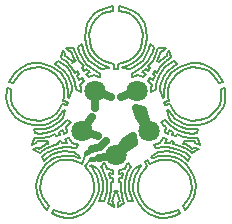
<source format=gbr>
G04 #@! TF.GenerationSoftware,KiCad,Pcbnew,5.0.2-bee76a0~70~ubuntu18.04.1*
G04 #@! TF.CreationDate,2019-06-21T11:48:12+02:00*
G04 #@! TF.ProjectId,GaudiPCR,47617564-6950-4435-922e-6b696361645f,rev?*
G04 #@! TF.SameCoordinates,Original*
G04 #@! TF.FileFunction,Copper,L2,Bot*
G04 #@! TF.FilePolarity,Positive*
%FSLAX46Y46*%
G04 Gerber Fmt 4.6, Leading zero omitted, Abs format (unit mm)*
G04 Created by KiCad (PCBNEW 5.0.2-bee76a0~70~ubuntu18.04.1) date Fr 21 Jun 2019 11:48:12 CEST*
%MOMM*%
%LPD*%
G01*
G04 APERTURE LIST*
G04 #@! TA.AperFunction,BGAPad,CuDef*
%ADD10C,1.800000*%
G04 #@! TD*
G04 #@! TA.AperFunction,ViaPad*
%ADD11C,0.650000*%
G04 #@! TD*
G04 #@! TA.AperFunction,Conductor*
%ADD12C,0.650000*%
G04 #@! TD*
G04 #@! TA.AperFunction,Conductor*
%ADD13C,0.150000*%
G04 #@! TD*
G04 #@! TA.AperFunction,Conductor*
%ADD14C,0.400000*%
G04 #@! TD*
G04 APERTURE END LIST*
D10*
G04 #@! TO.P,SB2,1*
G04 #@! TO.N,Net-(NTC1-Pad1)*
X101763300Y-97572900D03*
G04 #@! TD*
G04 #@! TO.P,CB1,1*
G04 #@! TO.N,Net-(CB1-Pad1)*
X102853000Y-100927000D03*
G04 #@! TD*
G04 #@! TO.P,HB1,1*
G04 #@! TO.N,Net-(HB1-Pad1)*
X97146800Y-100927000D03*
G04 #@! TD*
G04 #@! TO.P,HB2,1*
G04 #@! TO.N,Net-(HB1-Pad1)*
X100000000Y-103000000D03*
G04 #@! TD*
G04 #@! TO.P,SB1,1*
G04 #@! TO.N,Net-(NTC1-Pad2)*
X98236600Y-97572900D03*
G04 #@! TD*
D11*
G04 #@! TO.N,Net-(NTC1-Pad1)*
X100417000Y-98044000D03*
G04 #@! TO.N,Net-(NTC1-Pad2)*
X99583000Y-98045000D03*
X98268000Y-99001000D03*
G04 #@! TO.N,Net-(CB1-Pad1)*
X101990000Y-99791000D03*
X101730000Y-98999000D03*
G04 #@! TO.N,Net-(HB1-Pad1)*
X98011000Y-99792000D03*
X98512000Y-101338000D03*
X99187000Y-101828000D03*
X101487000Y-101338000D03*
X100813000Y-101827000D03*
G04 #@! TD*
D12*
G04 #@! TO.N,Net-(NTC1-Pad1)*
X101763300Y-97572900D02*
X100417000Y-98044000D01*
G04 #@! TO.N,Net-(NTC1-Pad2)*
X98236600Y-97572900D02*
X98268000Y-99001000D01*
X98236600Y-97572900D02*
X99583000Y-98045000D01*
G04 #@! TO.N,Net-(CB1-Pad1)*
X102853000Y-100927000D02*
X101990000Y-99791000D01*
X102853000Y-100927000D02*
X102302000Y-99141000D01*
X102302000Y-99141000D02*
X101730000Y-98999000D01*
X101990000Y-99791000D02*
X101730000Y-98999000D01*
D13*
G04 #@! TO.N,Net-(HB1-Pad1)*
X95984000Y-98509000D02*
X95875713Y-98787369D01*
X95984000Y-98509000D02*
X95564000Y-98399000D01*
X95875713Y-98787369D02*
X95474000Y-98679000D01*
X102684000Y-103399000D02*
X102434000Y-103599000D01*
X102914000Y-103729000D02*
X102684000Y-103399000D01*
X102684000Y-103899000D02*
X102434000Y-103599000D01*
X104094000Y-98499000D02*
X104184000Y-98789000D01*
X104094000Y-98499000D02*
X104474000Y-98369000D01*
X104184000Y-98789000D02*
X104554000Y-98679000D01*
X99020469Y-95041681D02*
X98608989Y-94792761D01*
X96963584Y-97030854D02*
X97314612Y-96714925D01*
X97016082Y-97280263D02*
X96963584Y-97030854D01*
X97024198Y-97608727D02*
X97026606Y-97502681D01*
X96538889Y-95003581D02*
X96289969Y-95194081D01*
X98909203Y-105385986D02*
X98883701Y-105948285D01*
X99232951Y-106029352D02*
X99270479Y-105623352D01*
X98797109Y-104896397D02*
X98909203Y-105385986D01*
X95835201Y-95571899D02*
X96104203Y-95878302D01*
X96148532Y-96744662D02*
X95951444Y-96282688D01*
X93564912Y-95210808D02*
X94207902Y-95368984D01*
X91387594Y-96092426D02*
X91740793Y-95745155D01*
X95585475Y-101190129D02*
X95515519Y-100862938D01*
X95902576Y-101060810D02*
X95585475Y-101190129D01*
X97100229Y-94653061D02*
X97308509Y-95003581D01*
X104036145Y-100427960D02*
X104225216Y-100598879D01*
X103836513Y-100166998D02*
X103896897Y-100254206D01*
X104176400Y-100045879D02*
X103836513Y-100166998D01*
X104259249Y-100136471D02*
X104176400Y-100045879D01*
X104317836Y-99190698D02*
X104485676Y-99830549D01*
X104411324Y-99149640D02*
X104317836Y-99190698D01*
X104496284Y-99279606D02*
X104411324Y-99149640D01*
X104737219Y-99601928D02*
X104496284Y-99279606D01*
X103896897Y-100254206D02*
X104036145Y-100427960D01*
X104485676Y-99830549D02*
X104711156Y-100072429D01*
X97928269Y-93913921D02*
X97788569Y-93342421D01*
X92115689Y-99736900D02*
X91763411Y-99464866D01*
X97709829Y-94312701D02*
X97900329Y-94602261D01*
X101574581Y-106318087D02*
X101489791Y-105946426D01*
X102121637Y-104586297D02*
X101935054Y-105029538D01*
X102434819Y-104170381D02*
X102121637Y-104586297D01*
X105172683Y-108055409D02*
X104700701Y-108222506D01*
X101473710Y-105600194D02*
X101534817Y-105122532D01*
X101993797Y-107150046D02*
X101760365Y-106763934D01*
X98837986Y-104075263D02*
X98777430Y-103968475D01*
X97920399Y-103838724D02*
X98477068Y-104196073D01*
X97852461Y-103914948D02*
X97920399Y-103838724D01*
X97949812Y-104035912D02*
X97852461Y-103914948D01*
X98181906Y-104364657D02*
X97949812Y-104035912D01*
X98949349Y-90982761D02*
X99340509Y-90843061D01*
X94668186Y-100133602D02*
X94986911Y-99900652D01*
X93000072Y-100056302D02*
X92525212Y-99931388D01*
X97509169Y-95719861D02*
X97308509Y-95851941D01*
X97280569Y-95483641D02*
X96899569Y-95023901D01*
X95318347Y-100072439D02*
X94976677Y-100351348D01*
X95473992Y-98672816D02*
X95295621Y-98983418D01*
X99868829Y-95267741D02*
X99518309Y-95194081D01*
X95323123Y-96046486D02*
X95539643Y-96317141D01*
X96249898Y-95495656D02*
X95789325Y-95030864D01*
X106208471Y-104087736D02*
X105913392Y-103746414D01*
X104422025Y-103024681D02*
X104027247Y-103025799D01*
X105726120Y-104067711D02*
X106036867Y-104447884D01*
X106720973Y-105099948D02*
X106557600Y-104650377D01*
X105219508Y-103236457D02*
X104895192Y-103114171D01*
X105456989Y-102184827D02*
X106041357Y-102479229D01*
X97120549Y-93611661D02*
X96800509Y-93802161D01*
X98929029Y-95382041D02*
X99310029Y-95511581D01*
X95487358Y-94825920D02*
X95323510Y-94721939D01*
X90975115Y-96778312D02*
X91103969Y-96505035D01*
X95515519Y-100862938D02*
X95174809Y-101056695D01*
X95174809Y-101056695D02*
X95238417Y-101288349D01*
X94986911Y-99900652D02*
X95292284Y-99601938D01*
X91984908Y-100073647D02*
X92598071Y-100323620D01*
X107029431Y-100056292D02*
X107504291Y-99931378D01*
X108441019Y-99805955D02*
X108044595Y-100073637D01*
X106130973Y-100431011D02*
X105796718Y-100339314D01*
X105704967Y-101421385D02*
X106350776Y-101526693D01*
X108589389Y-99095410D02*
X108784961Y-98727404D01*
X108926885Y-97807968D02*
X108877817Y-97393926D01*
X107504291Y-99931378D02*
X107913814Y-99736890D01*
X106453104Y-101167618D02*
X105995649Y-101115951D01*
X91151686Y-97393936D02*
X90811075Y-97283265D01*
X94835882Y-100850426D02*
X95085528Y-100723225D01*
X97798729Y-95984021D02*
X97509169Y-95719861D01*
X95505120Y-94097246D02*
X95726296Y-94452206D01*
X95412745Y-94414424D02*
X95505120Y-94097246D01*
X96569400Y-96000076D02*
X96249898Y-95495656D01*
X100271544Y-104235080D02*
X100246543Y-104576623D01*
X100741229Y-104185817D02*
X100271544Y-104235080D01*
X100845357Y-103953184D02*
X100741229Y-104185817D01*
X101031857Y-103682681D02*
X100967576Y-103767058D01*
X101252078Y-103968505D02*
X101031857Y-103682681D01*
X101191522Y-104075293D02*
X101252078Y-103968505D01*
X102109109Y-103838754D02*
X101552440Y-104196103D01*
X91315726Y-96888983D02*
X90975115Y-96778312D01*
X96327978Y-96258142D02*
X96455178Y-96507788D01*
X95711667Y-99190708D02*
X95543827Y-99830559D01*
X95618179Y-99149650D02*
X95711667Y-99190708D01*
X93992646Y-104447854D02*
X93775653Y-104845909D01*
X94116430Y-102829843D02*
X94516887Y-102602757D01*
X93664242Y-106174647D02*
X93855513Y-106658970D01*
X93855513Y-106658970D02*
X94089854Y-107001907D01*
X96038152Y-102310895D02*
X96497387Y-102374542D01*
X94802461Y-107620291D02*
X94591952Y-107910032D01*
X99228252Y-105184524D02*
X99184422Y-104907790D01*
X98094454Y-105029508D02*
X98188440Y-105531058D01*
X97740309Y-94983261D02*
X97430429Y-94513361D01*
X103023613Y-103174154D02*
X103535492Y-102755158D01*
X103075112Y-103262322D02*
X103023613Y-103174154D01*
X103220239Y-103207115D02*
X103075112Y-103262322D01*
X103604615Y-103087970D02*
X103220239Y-103207115D01*
X103308181Y-102066337D02*
X103522965Y-102007616D01*
X103535492Y-102755158D02*
X103860084Y-102692007D01*
X95501831Y-97049983D02*
X95283063Y-96588977D01*
X96104203Y-95878302D02*
X96327978Y-96258142D01*
X99450170Y-104542018D02*
X99529160Y-104925926D01*
X99529160Y-104925926D02*
X99769131Y-104937016D01*
X99782965Y-104576593D02*
X99450170Y-104542018D01*
X99757964Y-104235050D02*
X99782965Y-104576593D01*
X92607968Y-95279118D02*
X93086859Y-95194356D01*
X92105171Y-95494991D02*
X92607968Y-95279118D01*
X97608495Y-107655924D02*
X98035711Y-107150016D01*
X95328807Y-108222476D02*
X95818672Y-108295819D01*
X98604394Y-106859917D02*
X98975285Y-106893914D01*
X98778058Y-106452358D02*
X98604394Y-106859917D01*
X94623704Y-95544147D02*
X95036069Y-95795644D01*
X91740793Y-95745155D02*
X92105171Y-95494991D01*
X98975285Y-106893914D02*
X99140729Y-106480383D01*
X97328643Y-107427483D02*
X96961064Y-107678456D01*
X94324536Y-101421395D02*
X93678727Y-101526703D01*
X91440114Y-99095420D02*
X91244542Y-98727414D01*
X97590449Y-91922561D02*
X97458369Y-92382301D01*
X95295621Y-98983418D02*
X94996839Y-99409797D01*
X90754691Y-97580089D02*
X90741623Y-98080607D01*
X91588484Y-99805965D02*
X91984908Y-100073647D01*
X93898530Y-100431021D02*
X94232785Y-100339324D01*
X99318580Y-107017748D02*
X99571525Y-107214082D01*
X99390016Y-106837319D02*
X99318580Y-107017748D01*
X94591952Y-107910032D02*
X94856825Y-108055379D01*
X97026606Y-97502681D02*
X97016082Y-97280263D01*
X96301254Y-97499352D02*
X96261010Y-97171132D01*
X96455178Y-96507788D02*
X96582874Y-96928519D01*
X97430429Y-94513361D02*
X97219609Y-94043461D01*
X95789325Y-95030864D02*
X95487358Y-94825920D01*
X95600301Y-95842768D02*
X95218547Y-95497060D01*
X93287609Y-101957799D02*
X93333918Y-101815274D01*
X92900033Y-102114964D02*
X93287609Y-101957799D01*
X94193755Y-101758143D02*
X94298010Y-102053747D01*
X98568349Y-96001801D02*
X98680109Y-96052601D01*
X103068444Y-107678486D02*
X103519712Y-107871795D01*
X101760365Y-106763934D02*
X101574581Y-106318087D01*
X104210836Y-108295849D02*
X103769005Y-108284059D01*
X100515658Y-106494054D02*
X100639492Y-106837349D01*
X101145807Y-105948315D02*
X101251450Y-106452388D01*
X101900908Y-106140650D02*
X102123807Y-106685115D01*
X96909729Y-94233961D02*
X97100229Y-94653061D01*
X94838493Y-95269415D02*
X95118567Y-95023907D01*
X95218547Y-95497060D02*
X94838493Y-95269415D01*
X104240185Y-95030864D02*
X104542152Y-94825920D01*
X104429209Y-95842768D02*
X104810963Y-95497060D01*
X105153150Y-96131004D02*
X105653508Y-95821539D01*
X104137611Y-97115297D02*
X104066138Y-97536456D01*
X106464598Y-95210808D02*
X105821608Y-95368984D01*
X108641916Y-96092426D02*
X108288717Y-95745155D01*
X105191017Y-95269415D02*
X104910943Y-95023907D01*
X104534028Y-95261214D02*
X104194309Y-95571899D01*
X107854863Y-95864757D02*
X108256375Y-96196331D01*
X108256375Y-96196331D02*
X108510113Y-96525176D01*
X103446636Y-96928519D02*
X103365256Y-97384946D01*
X107001625Y-95573130D02*
X107480333Y-95681988D01*
X105405806Y-95544147D02*
X104993441Y-95795644D01*
X108288717Y-95745155D02*
X107924339Y-95494991D01*
X99459889Y-95552221D02*
X99449729Y-95653821D01*
X98789329Y-95691921D02*
X98489609Y-95552221D01*
X97788569Y-93342421D02*
X97760629Y-92852201D01*
X99749449Y-90761781D02*
X99749449Y-90403641D01*
X97760629Y-92852201D02*
X97819049Y-92402621D01*
X105656595Y-107308062D02*
X105867104Y-107597803D01*
X104707694Y-102346189D02*
X104430960Y-102302359D01*
X104209902Y-103376592D02*
X104715947Y-103442195D01*
X105138094Y-102441635D02*
X104707694Y-102346189D01*
X103860084Y-102692007D02*
X104300439Y-102667194D01*
X102911486Y-103732839D02*
X103238358Y-103586401D01*
X99061932Y-103767028D02*
X99184151Y-103953154D01*
X98477068Y-104196073D02*
X98637432Y-104485263D01*
X99184422Y-104907790D02*
X99040430Y-104492353D01*
X98454927Y-106318057D02*
X98539717Y-105946396D01*
X90970992Y-98985724D02*
X91250876Y-99455905D01*
X94184989Y-99968589D02*
X93586770Y-100100043D01*
X97308509Y-95003581D02*
X97600609Y-95333781D01*
X98220369Y-91561881D02*
X98509929Y-91262161D01*
X96739694Y-95895165D02*
X96569400Y-96000076D01*
X96911040Y-96140459D02*
X96739694Y-95895165D01*
X96885169Y-96647500D02*
X96723417Y-96290483D01*
X97907871Y-104586267D02*
X98094454Y-105029508D01*
X97594689Y-104170351D02*
X97907871Y-104586267D01*
X94856825Y-108055379D02*
X95328807Y-108222476D01*
X98555798Y-105600164D02*
X98494691Y-105122502D01*
X94255155Y-103166103D02*
X93921209Y-103457210D01*
X93774264Y-103114979D02*
X94116430Y-102829843D01*
X93775653Y-104845909D02*
X93650552Y-105273053D01*
X95228808Y-102711849D02*
X94701911Y-102909863D01*
X98568349Y-96382801D02*
X98360069Y-96304061D01*
X95321819Y-102346159D02*
X95598553Y-102302329D01*
X95819611Y-103376562D02*
X95313566Y-103442165D01*
X94891419Y-102441605D02*
X95321819Y-102346159D01*
X96169429Y-102691977D02*
X95729074Y-102667164D01*
X98139089Y-96177061D02*
X97730149Y-96413281D01*
X98608989Y-94792761D02*
X98238149Y-94442241D01*
X99749449Y-90403641D02*
X99449729Y-90441741D01*
X96498249Y-94091721D02*
X96449989Y-93903761D01*
X91763411Y-99464866D02*
X91440114Y-99095420D01*
X93037420Y-100426312D02*
X93518857Y-100465229D01*
X96599849Y-94442241D02*
X96498249Y-94091721D01*
X98489609Y-95552221D02*
X98118769Y-95313461D01*
X91114606Y-98223162D02*
X91102618Y-97807978D01*
X95436136Y-100457904D02*
X95770254Y-100136481D01*
X96723417Y-96290483D02*
X96911040Y-96140459D01*
X97134083Y-96423916D02*
X96885169Y-96647500D01*
X97314612Y-96714925D02*
X97134083Y-96423916D01*
X94268784Y-101989235D02*
X94179377Y-101688806D01*
X93723266Y-102299304D02*
X94268784Y-101989235D01*
X93539581Y-102448414D02*
X93723266Y-102299304D01*
X97600609Y-95333781D02*
X97798729Y-95531901D01*
X102177047Y-103914978D02*
X102109109Y-103838754D01*
X102079696Y-104035942D02*
X102177047Y-103914978D01*
X101847602Y-104364687D02*
X102079696Y-104035942D01*
X100967576Y-103767058D02*
X100845357Y-103953184D01*
X101552440Y-104196103D02*
X101392076Y-104485293D01*
X100845086Y-104907820D02*
X100989078Y-104492383D01*
X104810963Y-95497060D02*
X105191017Y-95269415D01*
X104910943Y-95023907D02*
X104534028Y-95261214D01*
X106556729Y-95560113D02*
X107001625Y-95573130D01*
X104078066Y-96282688D02*
X104429209Y-95842768D01*
X104194309Y-95571899D02*
X103925307Y-95878302D01*
X103880978Y-96744662D02*
X104078066Y-96282688D01*
X97128169Y-95613181D02*
X97280569Y-95483641D01*
X91103969Y-96505035D02*
X91387594Y-96092426D01*
X95539643Y-96317141D02*
X95770970Y-96739495D01*
X108784961Y-98727404D02*
X108914897Y-98223152D01*
X108914897Y-98223152D02*
X108926885Y-97807968D01*
X104593367Y-100457894D02*
X104259249Y-100136471D01*
X108266092Y-99464856D02*
X108589389Y-99095410D01*
X106992083Y-100426302D02*
X106510646Y-100465219D01*
X109206257Y-98569151D02*
X109058511Y-98985714D01*
X106350776Y-101526693D02*
X106715536Y-101515004D01*
X106026474Y-100758743D02*
X106538522Y-100814037D01*
X96582874Y-96928519D02*
X96664254Y-97384946D01*
X93027885Y-95573130D02*
X92549177Y-95681988D01*
X96678031Y-97506934D02*
X97024198Y-97608727D01*
X96664254Y-97384946D02*
X96678031Y-97506934D01*
X96060944Y-98115655D02*
X96301254Y-97499352D01*
X99893114Y-106075722D02*
X100206467Y-106067916D01*
X99766796Y-106690358D02*
X99893114Y-106075722D01*
X99681746Y-106911130D02*
X99766796Y-106690358D01*
X99802985Y-106999215D02*
X99681746Y-106911130D01*
X99832690Y-107416387D02*
X99802985Y-106999215D01*
X98669949Y-96413281D02*
X98568349Y-96382801D01*
X106255249Y-103115009D02*
X105913083Y-102829873D01*
X106253860Y-104845939D02*
X106378961Y-105273083D01*
X104800705Y-102711879D02*
X105327602Y-102909893D01*
X105512626Y-102602787D02*
X105138094Y-102441635D01*
X104300439Y-102667194D02*
X104800705Y-102711879D01*
X105277182Y-103687472D02*
X105726120Y-104067711D01*
X104027247Y-103025799D02*
X103604615Y-103087970D01*
X106557600Y-104650377D02*
X106208471Y-104087736D01*
X106391957Y-106993563D02*
X106613088Y-106550338D01*
X106108304Y-103457240D02*
X106255249Y-103115009D01*
X105774358Y-103166133D02*
X106108304Y-103457240D01*
X97448209Y-93492281D02*
X97559969Y-93962181D01*
X98550569Y-95183921D02*
X98929029Y-95382041D01*
X94955615Y-101386082D02*
X94879510Y-101201111D01*
X95238417Y-101288349D02*
X94955615Y-101386082D01*
X97819049Y-92402621D02*
X97968909Y-91983521D01*
X103005312Y-97608727D02*
X103002904Y-97502681D01*
X103351479Y-97506934D02*
X103005312Y-97608727D01*
X103365256Y-97384946D02*
X103351479Y-97506934D01*
X103968566Y-98115655D02*
X103728256Y-97499352D01*
X104068332Y-98093922D02*
X103968566Y-98115655D01*
X104060674Y-97938838D02*
X104068332Y-98093922D01*
X104066138Y-97536456D02*
X104060674Y-97938838D01*
X103002904Y-97502681D02*
X103013428Y-97280263D01*
X97819049Y-91493301D02*
X97590449Y-91922561D01*
X98230529Y-94952781D02*
X98550569Y-95183921D01*
X99449729Y-95653821D02*
X98789329Y-95691921D01*
X99449729Y-90441741D02*
X98969669Y-90583981D01*
X99518309Y-95194081D02*
X99020469Y-95041681D01*
X96449989Y-93903761D02*
X96129949Y-93893601D01*
X99571525Y-107214082D02*
X99832690Y-107416387D01*
X99575255Y-105251399D02*
X99613262Y-105847281D01*
X99774690Y-105236177D02*
X99575255Y-105251399D01*
X99769131Y-104937016D02*
X99774690Y-105236177D01*
X92174647Y-95864757D02*
X91773135Y-96196331D01*
X91773135Y-96196331D02*
X91519397Y-96525176D01*
X91102618Y-97807978D02*
X91151686Y-97393936D01*
X92525212Y-99931388D02*
X92115689Y-99736900D01*
X99340509Y-90843061D02*
X99749449Y-90761781D01*
X96068989Y-94203481D02*
X96218849Y-94203481D01*
X94632949Y-99724217D02*
X94184989Y-99968589D01*
X94431580Y-101026192D02*
X94835882Y-100850426D01*
X97730149Y-96413281D02*
X97509169Y-96151661D01*
X104848433Y-107794932D02*
X105227047Y-107620321D01*
X102389346Y-107098134D02*
X102700865Y-107427513D01*
X100888779Y-106480413D02*
X100796557Y-106029382D01*
X103930141Y-107944075D02*
X104449865Y-107911830D01*
X104449865Y-107911830D02*
X104848433Y-107794932D01*
X100989078Y-104492383D02*
X101191522Y-104075293D01*
X96279809Y-94432081D02*
X96538889Y-95003581D01*
X97458369Y-92382301D02*
X97410109Y-93042701D01*
X101657874Y-104747422D02*
X101847602Y-104364687D01*
X102421013Y-107655954D02*
X101993797Y-107150046D01*
X104700701Y-108222506D02*
X104210836Y-108295849D01*
X101425114Y-106859947D02*
X101054223Y-106893944D01*
X101251450Y-106452388D02*
X101425114Y-106859947D01*
X101054223Y-106893944D02*
X100888779Y-106480413D01*
X96218849Y-94203481D02*
X96279809Y-94432081D01*
X95118567Y-95023907D02*
X95495482Y-95261214D01*
X95543827Y-99830559D02*
X95318347Y-100072439D01*
X95085528Y-100723225D02*
X95436136Y-100457904D01*
X94545688Y-100609247D02*
X94003029Y-100758753D01*
X94033854Y-101115961D02*
X94431580Y-101026192D01*
X102700865Y-107427513D02*
X103068444Y-107678486D01*
X101120305Y-105386016D02*
X101145807Y-105948315D01*
X100796557Y-106029382D02*
X100759029Y-105623382D01*
X101232399Y-104896427D02*
X101120305Y-105386016D01*
X103235348Y-108163167D02*
X102798095Y-107950256D01*
X100454253Y-105251429D02*
X100416246Y-105847311D01*
X100254818Y-105236207D02*
X100454253Y-105251429D01*
X100260377Y-104937046D02*
X100254818Y-105236207D01*
X100579338Y-104542048D02*
X100500348Y-104925956D01*
X100500348Y-104925956D02*
X100260377Y-104937046D01*
X100246543Y-104576623D02*
X100579338Y-104542048D01*
X96342028Y-95146351D02*
X96600125Y-94968482D01*
X95878560Y-94723348D02*
X96342028Y-95146351D01*
X95679987Y-94594731D02*
X95878560Y-94723348D01*
X95726296Y-94452206D02*
X95679987Y-94594731D01*
X104300934Y-101630765D02*
X104165212Y-101936587D01*
X103968382Y-101548998D02*
X104300934Y-101630765D01*
X103776390Y-101980472D02*
X103968382Y-101548998D01*
X103522965Y-102007616D02*
X103776390Y-101980472D01*
X103208069Y-102101397D02*
X103308181Y-102066337D01*
X103411851Y-102399165D02*
X103208069Y-102101397D01*
X103532126Y-102374572D02*
X103411851Y-102399165D01*
X94516887Y-102602757D02*
X94891419Y-102441605D01*
X95729074Y-102667164D02*
X95228808Y-102711849D01*
X93241169Y-105581564D02*
X93308540Y-105099918D01*
X93291104Y-106126459D02*
X93241169Y-105581564D01*
X95313566Y-103442165D02*
X94752331Y-103687442D01*
X95864301Y-101936557D02*
X95474774Y-101980068D01*
X95474774Y-101980068D02*
X95390071Y-101755268D01*
X95728579Y-101630735D02*
X95864301Y-101936557D01*
X96061131Y-101548968D02*
X95728579Y-101630735D01*
X96253123Y-101980442D02*
X96061131Y-101548968D01*
X96506548Y-102007586D02*
X96253123Y-101980442D01*
X107129470Y-102114954D02*
X106741894Y-101957789D01*
X107017770Y-101804055D02*
X107129470Y-102114954D01*
X105149993Y-101201101D02*
X105704967Y-101421385D01*
X105073888Y-101386072D02*
X105149993Y-101201101D01*
X104791086Y-101288339D02*
X105073888Y-101386072D01*
X104513984Y-100862928D02*
X104854694Y-101056685D01*
X104854694Y-101056685D02*
X104791086Y-101288339D01*
X104444028Y-101190119D02*
X104513984Y-100862928D01*
X104126927Y-101060800D02*
X104444028Y-101190119D01*
X104225216Y-100598879D02*
X104126927Y-101060800D01*
X96261010Y-97171132D02*
X96148532Y-96744662D01*
X95564252Y-98394937D02*
X95602514Y-98038811D01*
X96129949Y-93893601D02*
X95799749Y-93883441D01*
X94232785Y-100339324D02*
X94668186Y-100133602D01*
X92598071Y-100323620D02*
X93037420Y-100426312D01*
X98035711Y-107150016D02*
X98269143Y-106763904D01*
X98494691Y-105122502D02*
X98371634Y-104747392D01*
X97905701Y-106685085D02*
X97640162Y-107098104D01*
X97231413Y-107950226D02*
X97608495Y-107655924D01*
X96192990Y-100167008D02*
X96132606Y-100254216D01*
X99310029Y-95511581D02*
X99459889Y-95552221D01*
X93120294Y-101502829D02*
X93011733Y-101804065D01*
X93313967Y-101515014D02*
X93120294Y-101502829D01*
X103769005Y-108284059D02*
X103235348Y-108163167D01*
X101841068Y-105531088D02*
X101900908Y-106140650D01*
X100710928Y-107017778D02*
X100457983Y-107214112D01*
X100639492Y-106837349D02*
X100710928Y-107017778D01*
X105437556Y-107910062D02*
X105172683Y-108055409D01*
X105227047Y-107620321D02*
X105437556Y-107910062D01*
X96800509Y-93802161D02*
X96909729Y-94233961D01*
X96424898Y-103087940D02*
X96809274Y-103207085D01*
X96721332Y-102066307D02*
X96506548Y-102007586D01*
X96494021Y-102755128D02*
X96169429Y-102691977D01*
X95598553Y-102302329D02*
X96038152Y-102310895D01*
X94482736Y-103431918D02*
X94810005Y-103236427D01*
X103991361Y-102310925D02*
X103532126Y-102374572D01*
X106378961Y-105273083D02*
X106423359Y-105762001D01*
X105913392Y-103746414D02*
X105546777Y-103431948D01*
X106613088Y-106550338D02*
X106738409Y-106126489D01*
X106041357Y-102479229D02*
X106329583Y-102703087D01*
X105327602Y-102909893D02*
X105774358Y-103166133D01*
X104430960Y-102302359D02*
X103991361Y-102310925D01*
X105546777Y-103431948D02*
X105219508Y-103236457D01*
X103730697Y-103417073D02*
X104209902Y-103376592D01*
X103238358Y-103586401D02*
X103730697Y-103417073D01*
X106087187Y-107390809D02*
X106391957Y-106993563D01*
X104895192Y-103114171D02*
X104422025Y-103024681D01*
X93418342Y-102360329D02*
X93539581Y-102448414D01*
X93012409Y-102460992D02*
X93418342Y-102360329D01*
X93285518Y-102646858D02*
X93012409Y-102460992D01*
X95150986Y-102036806D02*
X94572524Y-102184797D01*
X95103834Y-101842428D02*
X95150986Y-102036806D01*
X95390071Y-101755268D02*
X95103834Y-101842428D01*
X97640162Y-107098104D02*
X97328643Y-107427483D01*
X99140729Y-106480383D02*
X99232951Y-106029352D01*
X96099367Y-107944045D02*
X95579643Y-107911800D01*
X95579643Y-107911800D02*
X95181075Y-107794902D01*
X97968909Y-91983521D02*
X98220369Y-91561881D01*
X93570167Y-101827939D02*
X94193755Y-101758143D01*
X93333918Y-101815274D02*
X93570167Y-101827939D01*
X98360069Y-96304061D02*
X98139089Y-96177061D01*
X98238149Y-94442241D02*
X97928269Y-93913921D01*
X92549177Y-95681988D02*
X92174647Y-95864757D01*
X91519397Y-96525176D02*
X91315726Y-96888983D01*
X95036069Y-95795644D02*
X95323123Y-96046486D01*
X95611414Y-97518244D02*
X95501831Y-97049983D01*
X95602514Y-98038811D02*
X95611414Y-97518244D01*
X107421542Y-95279118D02*
X106942651Y-95194356D01*
X107924339Y-95494991D02*
X107421542Y-95279118D01*
X104746447Y-96588977D02*
X105153150Y-96131004D01*
X104706000Y-94721939D02*
X104616765Y-94414424D01*
X104542152Y-94825920D02*
X104706000Y-94721939D01*
X109054395Y-96778312D02*
X108925541Y-96505035D01*
X108713784Y-96888983D02*
X109054395Y-96778312D01*
X105835748Y-101758133D02*
X105731493Y-102053737D01*
X106459336Y-101827929D02*
X105835748Y-101758133D01*
X106695585Y-101815264D02*
X106459336Y-101827929D01*
X106741894Y-101957789D02*
X106695585Y-101815264D01*
X94752331Y-103687442D02*
X94303393Y-104067681D01*
X96002266Y-103025769D02*
X96424898Y-103087940D01*
X93471913Y-104650347D02*
X93821042Y-104087706D01*
X93637556Y-106993533D02*
X93416425Y-106550308D01*
X93921209Y-103457210D02*
X93774264Y-103114979D01*
X97559969Y-93962181D02*
X97709829Y-94312701D01*
X93576399Y-101167628D02*
X94033854Y-101115961D01*
X91244542Y-98727414D02*
X91114606Y-98223162D01*
X93490981Y-100814047D02*
X93049705Y-100774826D01*
X93131983Y-101138069D02*
X93576399Y-101167628D01*
X94976677Y-100351348D02*
X94545688Y-100609247D01*
X91250876Y-99455905D02*
X91588484Y-99805965D01*
X104258540Y-96739495D02*
X104137611Y-97115297D01*
X105653508Y-95821539D02*
X106111101Y-95643480D01*
X106942651Y-95194356D02*
X106464598Y-95210808D01*
X104706387Y-96046486D02*
X104489867Y-96317141D01*
X103779612Y-95495656D02*
X104240185Y-95030864D01*
X107480333Y-95681988D02*
X107854863Y-95864757D01*
X108510113Y-96525176D02*
X108713784Y-96888983D01*
X106111101Y-95643480D02*
X106556729Y-95560113D01*
X104943975Y-100723215D02*
X104593367Y-100457894D01*
X106510646Y-100465219D02*
X106130973Y-100431011D01*
X105032664Y-99409787D02*
X105396554Y-99724207D01*
X104733882Y-98983408D02*
X105032664Y-99409787D01*
X109274812Y-97580079D02*
X109287880Y-98080597D01*
X105796718Y-100339314D02*
X105361317Y-100133592D01*
X107431432Y-100323610D02*
X106992083Y-100426302D01*
X105361317Y-100133592D02*
X105042592Y-99900642D01*
X95853103Y-100045889D02*
X96192990Y-100167008D01*
X95770254Y-100136481D02*
X95853103Y-100045889D01*
X95804287Y-100598889D02*
X95902576Y-101060810D01*
X95993358Y-100427970D02*
X95804287Y-100598889D01*
X99040430Y-104492353D02*
X98837986Y-104075263D01*
X96961064Y-107678456D02*
X96509796Y-107871765D01*
X98269143Y-106763904D02*
X98454927Y-106318057D01*
X95818672Y-108295819D02*
X96260503Y-108284029D01*
X94376002Y-95821539D02*
X93918409Y-95643480D01*
X93086859Y-95194356D02*
X93564912Y-95210808D01*
X96821444Y-102101367D02*
X96721332Y-102066307D01*
X96617662Y-102399135D02*
X96821444Y-102101367D01*
X96497387Y-102374542D02*
X96617662Y-102399135D01*
X97005900Y-103174124D02*
X96494021Y-102755128D01*
X96954401Y-103262292D02*
X97005900Y-103174124D01*
X96809274Y-103207085D02*
X96954401Y-103262292D01*
X95283063Y-96588977D02*
X94876360Y-96131004D01*
X95323510Y-94721939D02*
X95412745Y-94414424D01*
X98530249Y-90812581D02*
X98179729Y-91081821D01*
X94876360Y-96131004D02*
X94376002Y-95821539D01*
X95891899Y-97115297D02*
X95963372Y-97536456D01*
X96298816Y-103417043D02*
X95819611Y-103376562D01*
X96791155Y-103586371D02*
X96298816Y-103417043D01*
X93942326Y-107390779D02*
X93637556Y-106993533D01*
X95134321Y-103114141D02*
X95607488Y-103024651D01*
X93821042Y-104087706D02*
X94116121Y-103746384D01*
X95607488Y-103024651D02*
X96002266Y-103025769D01*
X106788344Y-105581594D02*
X106720973Y-105099948D01*
X106738409Y-106126489D02*
X106788344Y-105581594D01*
X104715947Y-103442195D02*
X105277182Y-103687472D01*
X106479106Y-102826783D02*
X106743995Y-102646888D01*
X106329583Y-102703087D02*
X106479106Y-102826783D01*
X105867104Y-107597803D02*
X106087187Y-107390809D01*
X96794160Y-108163137D02*
X97231413Y-107950226D01*
X96260503Y-108284029D02*
X96794160Y-108163137D01*
X98188440Y-105531058D02*
X98128600Y-106140620D01*
X90741623Y-98080607D02*
X90823246Y-98569161D01*
X93049705Y-100774826D02*
X93131983Y-101138069D01*
X101534817Y-105122532D02*
X101657874Y-104747422D01*
X102123807Y-106685115D02*
X102389346Y-107098134D01*
X102798095Y-107950256D02*
X102421013Y-107655954D01*
X101489791Y-105946426D02*
X101473710Y-105600194D01*
X100416246Y-105847311D02*
X100515658Y-106494054D01*
X103519712Y-107871795D02*
X103930141Y-107944075D01*
X103460110Y-96000076D02*
X103779612Y-95495656D01*
X103289816Y-95895165D02*
X103460110Y-96000076D01*
X103118470Y-96140459D02*
X103289816Y-95895165D01*
X103144341Y-96647500D02*
X103306093Y-96290483D01*
X103306093Y-96290483D02*
X103118470Y-96140459D01*
X102895427Y-96423916D02*
X103144341Y-96647500D01*
X102714898Y-96714925D02*
X102895427Y-96423916D01*
X103065926Y-97030854D02*
X102714898Y-96714925D01*
X103013428Y-97280263D02*
X103065926Y-97030854D01*
X94003029Y-100758753D02*
X93490981Y-100814047D01*
X93586770Y-100100043D02*
X93000072Y-100056302D01*
X99270479Y-105623352D02*
X99228252Y-105184524D01*
X98637432Y-104485263D02*
X98797109Y-104896397D01*
X97354409Y-103904729D02*
X97594689Y-104170351D01*
X97219609Y-94043461D02*
X97120549Y-93611661D01*
X95533219Y-99279616D02*
X95618179Y-99149650D01*
X95292284Y-99601938D02*
X95533219Y-99279616D01*
X106715536Y-101515004D02*
X106909209Y-101502819D01*
X109218428Y-97283255D02*
X109274812Y-97580079D01*
X108877817Y-97393926D02*
X109218428Y-97283255D01*
X105193621Y-100850416D02*
X104943975Y-100723215D01*
X105396554Y-99724207D02*
X105844514Y-99968579D01*
X105597923Y-101026182D02*
X105193621Y-100850416D01*
X104711156Y-100072429D02*
X105052826Y-100351338D01*
X104555511Y-98672806D02*
X104733882Y-98983408D01*
X96899569Y-95023901D02*
X96599849Y-94442241D01*
X93918409Y-95643480D02*
X93472781Y-95560113D01*
X95495482Y-95261214D02*
X95835201Y-95571899D01*
X106442733Y-100100033D02*
X107029431Y-100056292D01*
X105042592Y-99900642D02*
X104737219Y-99601928D01*
X108044595Y-100073637D02*
X107431432Y-100323610D01*
X109287880Y-98080597D02*
X109206257Y-98569151D01*
X106979798Y-100774816D02*
X106897520Y-101138059D01*
X106538522Y-100814037D02*
X106979798Y-100774816D01*
X106897520Y-101138059D02*
X106453104Y-101167618D01*
X107913814Y-99736890D02*
X108266092Y-99464856D01*
X105483815Y-100609237D02*
X106026474Y-100758743D01*
X105995649Y-101115951D02*
X105597923Y-101026182D01*
X105052826Y-100351338D02*
X105483815Y-100609237D01*
X108778627Y-99455895D02*
X108441019Y-99805955D01*
X109058511Y-98985714D02*
X108778627Y-99455895D01*
X105844514Y-99968579D02*
X106442733Y-100100033D01*
X106909209Y-101502819D02*
X107017770Y-101804055D01*
X90811075Y-97283265D02*
X90754691Y-97580089D01*
X105760729Y-101989265D02*
X105850136Y-101688836D01*
X106306247Y-102299334D02*
X105760729Y-101989265D01*
X106489932Y-102448444D02*
X106306247Y-102299334D01*
X106611171Y-102360359D02*
X106489932Y-102448444D01*
X107017104Y-102461022D02*
X106611171Y-102360359D01*
X103728256Y-97499352D02*
X103768500Y-97171132D01*
X103574332Y-96507788D02*
X103446636Y-96928519D01*
X104993441Y-95795644D02*
X104706387Y-96046486D01*
X104418096Y-97518244D02*
X104527679Y-97049983D01*
X104426996Y-98038811D02*
X104418096Y-97518244D01*
X108925541Y-96505035D02*
X108641916Y-96092426D01*
X104489867Y-96317141D02*
X104258540Y-96739495D01*
X105821608Y-95368984D02*
X105405806Y-95544147D01*
X94207902Y-95368984D02*
X94623704Y-95544147D01*
X95770970Y-96739495D02*
X95891899Y-97115297D01*
X97798729Y-95531901D02*
X98159409Y-95783361D01*
X97900329Y-94602261D02*
X98230529Y-94952781D01*
X98969669Y-90583981D02*
X98530249Y-90812581D01*
X98118769Y-95313461D02*
X97740309Y-94983261D01*
X95961178Y-98093922D02*
X96060944Y-98115655D01*
X95968836Y-97938838D02*
X95961178Y-98093922D01*
X95963372Y-97536456D02*
X95968836Y-97938838D01*
X95799749Y-93883441D02*
X96068989Y-94203481D01*
X98509929Y-91262161D02*
X98949349Y-90982761D01*
X93650552Y-105273053D02*
X93606154Y-105761971D01*
X94116121Y-103746384D02*
X94482736Y-103431918D01*
X93416425Y-106550308D02*
X93291104Y-106126459D01*
X93988156Y-102479199D02*
X93699930Y-102703057D01*
X94701911Y-102909863D02*
X94255155Y-103166103D01*
X103701532Y-96258142D02*
X103574332Y-96507788D01*
X104527679Y-97049983D02*
X104746447Y-96588977D01*
X103925307Y-95878302D02*
X103701532Y-96258142D01*
X103768500Y-97171132D02*
X103880978Y-96744662D01*
X104465258Y-98394937D02*
X104426996Y-98038811D01*
X97410109Y-93042701D02*
X97448209Y-93492281D01*
X104150950Y-94723348D02*
X103687482Y-95146351D01*
X104349523Y-94594731D02*
X104150950Y-94723348D01*
X104303214Y-94452206D02*
X104349523Y-94594731D01*
X104524390Y-94097246D02*
X104303214Y-94452206D01*
X104616765Y-94414424D02*
X104524390Y-94097246D01*
X106743995Y-102646888D02*
X107017104Y-102461022D01*
X104878527Y-102036836D02*
X105456989Y-102184827D01*
X104925679Y-101842458D02*
X104878527Y-102036836D01*
X104639442Y-101755298D02*
X104925679Y-101842458D01*
X104165212Y-101936587D02*
X104554739Y-101980098D01*
X104554739Y-101980098D02*
X104639442Y-101755298D01*
X97509169Y-96151661D02*
X97798729Y-95984021D01*
X99513850Y-106494024D02*
X99390016Y-106837319D01*
X98883701Y-105948285D02*
X98778058Y-106452358D01*
X98128600Y-106140620D02*
X97905701Y-106685085D01*
X98371634Y-104747392D02*
X98181906Y-104364657D01*
X96132606Y-100254216D02*
X95993358Y-100427970D01*
X90823246Y-98569161D02*
X90970992Y-98985724D01*
X93678727Y-101526703D02*
X93313967Y-101515014D01*
X94303393Y-104067681D02*
X93992646Y-104447854D01*
X93308540Y-105099918D02*
X93471913Y-104650347D01*
X94810005Y-103236427D02*
X95134321Y-103114141D01*
X94572524Y-102184797D02*
X93988156Y-102479199D01*
X93606154Y-105761971D02*
X93664242Y-106174647D01*
X94089854Y-107001907D02*
X94372918Y-107308032D01*
X98539717Y-105946396D02*
X98555798Y-105600164D01*
X99613262Y-105847281D02*
X99513850Y-106494024D01*
X96509796Y-107871765D02*
X96099367Y-107944045D01*
X95181075Y-107794902D02*
X94802461Y-107620291D01*
X100801256Y-105184554D02*
X100845086Y-104907820D01*
X101935054Y-105029538D02*
X101841068Y-105531088D01*
X100759029Y-105623382D02*
X100801256Y-105184554D01*
X101392076Y-104485293D02*
X101232399Y-104896427D01*
X102675099Y-103904759D02*
X102434819Y-104170381D01*
X98159409Y-95783361D02*
X98568349Y-96001801D01*
X98680109Y-96052601D02*
X98669949Y-96413281D01*
X97308509Y-95851941D02*
X97128169Y-95613181D01*
X93550407Y-102826753D02*
X93285518Y-102646858D01*
X93699930Y-102703057D02*
X93550407Y-102826753D01*
X94162409Y-107597773D02*
X93942326Y-107390779D01*
X94372918Y-107308032D02*
X94162409Y-107597773D01*
X100136394Y-106075752D02*
X99823041Y-106067946D01*
X100262712Y-106690388D02*
X100136394Y-106075752D01*
X100347762Y-106911160D02*
X100262712Y-106690388D01*
X100226523Y-106999245D02*
X100347762Y-106911160D01*
X100196818Y-107416417D02*
X100226523Y-106999245D01*
X100457983Y-107214112D02*
X100196818Y-107416417D01*
X93472781Y-95560113D02*
X93027885Y-95573130D01*
X95951444Y-96282688D02*
X95600301Y-95842768D01*
X93011733Y-101804065D02*
X92900033Y-102114964D01*
X94879510Y-101201111D02*
X94324536Y-101421395D01*
X98179729Y-91081821D02*
X97819049Y-91493301D01*
X99288279Y-104185787D02*
X99757964Y-104235050D01*
X99184151Y-103953154D02*
X99288279Y-104185787D01*
X98997651Y-103682651D02*
X99061932Y-103767028D01*
X98777430Y-103968475D02*
X98997651Y-103682651D01*
X93518857Y-100465229D02*
X93898530Y-100431021D01*
X94996839Y-99409797D02*
X94632949Y-99724217D01*
X106423359Y-105762001D02*
X106365271Y-106174677D01*
X105939659Y-107001937D02*
X105656595Y-107308062D01*
X106036867Y-104447884D02*
X106253860Y-104845939D01*
X105913083Y-102829873D02*
X105512626Y-102602787D01*
X106365271Y-106174677D02*
X106174000Y-106659000D01*
X106174000Y-106659000D02*
X105939659Y-107001937D01*
X103490644Y-95003581D02*
X103490644Y-95005644D01*
X99864000Y-95659000D02*
X99864000Y-95259000D01*
X103490644Y-95003581D02*
X103687482Y-95146351D01*
X104229784Y-93883441D02*
X103899584Y-93893601D01*
X102230804Y-95984021D02*
X102520364Y-96151661D01*
X103490644Y-95003581D02*
X103749724Y-94432081D01*
X102210484Y-91493301D02*
X101849804Y-91081821D01*
X102230804Y-95531901D02*
X102428924Y-95333781D01*
X102721024Y-95851941D02*
X102520364Y-95719861D01*
X101890444Y-96177061D02*
X101669464Y-96304061D01*
X102428924Y-95333781D02*
X102721024Y-95003581D01*
X103531284Y-94091721D02*
X103429684Y-94442241D01*
X103429684Y-94442241D02*
X103129964Y-95023901D01*
X103119804Y-94233961D02*
X103229024Y-93802161D01*
X100569644Y-95552221D02*
X100719504Y-95511581D01*
X103129964Y-95023901D02*
X102748964Y-95483641D01*
X102748964Y-95483641D02*
X102901364Y-95613181D01*
X100689024Y-90843061D02*
X101080184Y-90982761D01*
X100280084Y-90761781D02*
X100689024Y-90843061D01*
X101080184Y-90982761D02*
X101519604Y-91262161D01*
X101519604Y-91262161D02*
X101809164Y-91561881D01*
X101809164Y-91561881D02*
X102060624Y-91983521D01*
X102268904Y-92852201D02*
X102240964Y-93342421D01*
X102240964Y-93342421D02*
X102101264Y-93913921D01*
X102101264Y-93913921D02*
X101791384Y-94442241D01*
X100511224Y-95194081D02*
X100160704Y-95267741D01*
X102809924Y-94043461D02*
X102599104Y-94513361D01*
X101478964Y-95183921D02*
X101799004Y-94952781D01*
X102520364Y-95719861D02*
X102230804Y-95984021D01*
X101009064Y-95041681D02*
X100511224Y-95194081D01*
X101461184Y-96001801D02*
X101870124Y-95783361D01*
X101669464Y-96304061D02*
X101461184Y-96382801D01*
X103579544Y-93903761D02*
X103531284Y-94091721D01*
X102210484Y-92402621D02*
X102268904Y-92852201D01*
X102901364Y-95613181D02*
X102721024Y-95851941D01*
X102060624Y-91983521D02*
X102210484Y-92402621D01*
X102520364Y-96151661D02*
X102299384Y-96413281D01*
X100579804Y-95653821D02*
X100569644Y-95552221D01*
X102439084Y-91922561D02*
X102210484Y-91493301D01*
X102129204Y-94602261D02*
X102319704Y-94312701D01*
X101791384Y-94442241D02*
X101420544Y-94792761D01*
X102469564Y-93962181D02*
X102581324Y-93492281D01*
X101100504Y-95382041D02*
X101478964Y-95183921D01*
X101539924Y-95552221D02*
X101240204Y-95691921D01*
X102929304Y-94653061D02*
X103119804Y-94233961D01*
X101910764Y-95313461D02*
X101539924Y-95552221D01*
X102721024Y-95003581D02*
X102929304Y-94653061D01*
X103960544Y-94203481D02*
X104229784Y-93883441D01*
X100160704Y-95267741D02*
X100160704Y-95677896D01*
X101870124Y-95783361D02*
X102230804Y-95531901D01*
X101240204Y-95691921D02*
X100579804Y-95653821D01*
X102289224Y-94983261D02*
X101910764Y-95313461D01*
X101420544Y-94792761D02*
X101009064Y-95041681D01*
X102599104Y-94513361D02*
X102289224Y-94983261D01*
X103810684Y-94203481D02*
X103960544Y-94203481D01*
X103749724Y-94432081D02*
X103810684Y-94203481D01*
X101799004Y-94952781D02*
X102129204Y-94602261D01*
X102908984Y-93611661D02*
X102809924Y-94043461D01*
X102581324Y-93492281D02*
X102619424Y-93042701D01*
X102619424Y-93042701D02*
X102571164Y-92382301D01*
X102571164Y-92382301D02*
X102439084Y-91922561D01*
X101849804Y-91081821D02*
X101499284Y-90812581D01*
X101499284Y-90812581D02*
X101059864Y-90583981D01*
X101059864Y-90583981D02*
X100579804Y-90441741D01*
X100579804Y-90441741D02*
X100280084Y-90403641D01*
X100280084Y-90403641D02*
X100280084Y-90761781D01*
X101461184Y-96382801D02*
X101359584Y-96413281D01*
X103229024Y-93802161D02*
X102908984Y-93611661D01*
X103899584Y-93893601D02*
X103579544Y-93903761D01*
X100719504Y-95511581D02*
X101100504Y-95382041D01*
X101359584Y-96413281D02*
X101349424Y-96052601D01*
X102319704Y-94312701D02*
X102469564Y-93962181D01*
X101349424Y-96052601D02*
X101461184Y-96001801D01*
X102299384Y-96413281D02*
X101890444Y-96177061D01*
X100160704Y-95677896D02*
X99864000Y-95659000D01*
D12*
X98011000Y-99792000D02*
X97146800Y-100927000D01*
X98512000Y-101338000D02*
X97146800Y-100927000D01*
X100000000Y-103000000D02*
X98603000Y-103207000D01*
D14*
X98603000Y-103207000D02*
X97880940Y-103293000D01*
D13*
X97354000Y-103909000D02*
X97880940Y-103293000D01*
X97880940Y-103293000D02*
X97972470Y-103186000D01*
D14*
X98013000Y-102483000D02*
X97502000Y-102782000D01*
D13*
X97502000Y-102782000D02*
X97118027Y-103732809D01*
X97118027Y-103732809D02*
X96791155Y-103586371D01*
D12*
X101487000Y-101338000D02*
X100813000Y-101827000D01*
X100000000Y-103000000D02*
X100813000Y-101827000D01*
X100000000Y-103000000D02*
X101548000Y-101966000D01*
X101548000Y-101966000D02*
X101487000Y-101338000D01*
X99187000Y-101828000D02*
X98646000Y-102287000D01*
X98646000Y-102287000D02*
X98013000Y-102483000D01*
G04 #@! TD*
M02*

</source>
